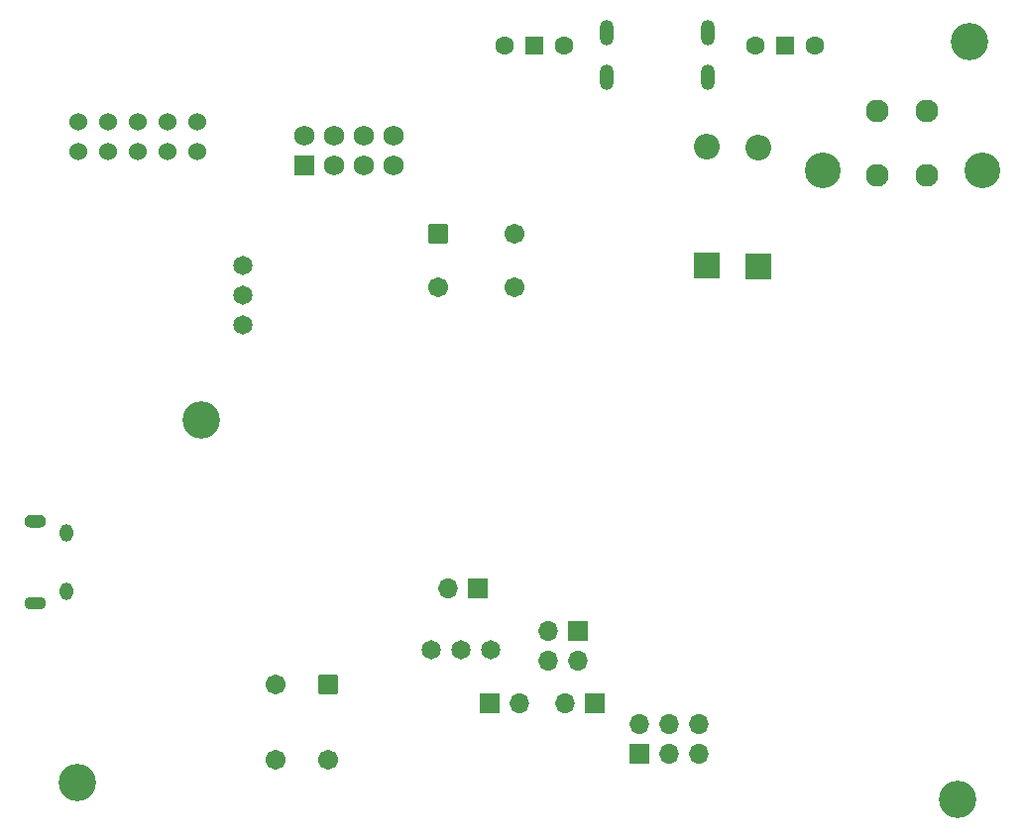
<source format=gbr>
%TF.GenerationSoftware,KiCad,Pcbnew,8.0.8*%
%TF.CreationDate,2025-04-07T16:11:34-05:00*%
%TF.ProjectId,Final Project V1,46696e61-6c20-4507-926f-6a6563742056,rev?*%
%TF.SameCoordinates,Original*%
%TF.FileFunction,Soldermask,Bot*%
%TF.FilePolarity,Negative*%
%FSLAX46Y46*%
G04 Gerber Fmt 4.6, Leading zero omitted, Abs format (unit mm)*
G04 Created by KiCad (PCBNEW 8.0.8) date 2025-04-07 16:11:34*
%MOMM*%
%LPD*%
G01*
G04 APERTURE LIST*
G04 Aperture macros list*
%AMRoundRect*
0 Rectangle with rounded corners*
0 $1 Rounding radius*
0 $2 $3 $4 $5 $6 $7 $8 $9 X,Y pos of 4 corners*
0 Add a 4 corners polygon primitive as box body*
4,1,4,$2,$3,$4,$5,$6,$7,$8,$9,$2,$3,0*
0 Add four circle primitives for the rounded corners*
1,1,$1+$1,$2,$3*
1,1,$1+$1,$4,$5*
1,1,$1+$1,$6,$7*
1,1,$1+$1,$8,$9*
0 Add four rect primitives between the rounded corners*
20,1,$1+$1,$2,$3,$4,$5,0*
20,1,$1+$1,$4,$5,$6,$7,0*
20,1,$1+$1,$6,$7,$8,$9,0*
20,1,$1+$1,$8,$9,$2,$3,0*%
G04 Aperture macros list end*
%ADD10C,0.010000*%
%ADD11C,1.651000*%
%ADD12C,1.524000*%
%ADD13O,1.154000X1.504000*%
%ADD14RoundRect,0.102000X-0.749000X0.749000X-0.749000X-0.749000X0.749000X-0.749000X0.749000X0.749000X0*%
%ADD15C,1.702000*%
%ADD16R,2.200000X2.200000*%
%ADD17O,2.200000X2.200000*%
%ADD18C,3.200000*%
%ADD19R,1.500000X1.500000*%
%ADD20C,1.600000*%
%ADD21R,1.700000X1.700000*%
%ADD22O,1.700000X1.700000*%
%ADD23RoundRect,0.102000X-0.749000X-0.749000X0.749000X-0.749000X0.749000X0.749000X-0.749000X0.749000X0*%
%ADD24O,1.204000X2.204000*%
%ADD25RoundRect,0.102000X0.765000X-0.765000X0.765000X0.765000X-0.765000X0.765000X-0.765000X-0.765000X0*%
%ADD26C,1.734000*%
%ADD27C,3.048000*%
%ADD28C,1.955800*%
G04 APERTURE END LIST*
D10*
%TO.C,J6*%
X147638000Y-112715000D02*
X147664000Y-112719000D01*
X147689000Y-112723000D01*
X147714000Y-112729000D01*
X147738000Y-112736000D01*
X147762000Y-112745000D01*
X147786000Y-112755000D01*
X147809000Y-112766000D01*
X147831000Y-112778000D01*
X147853000Y-112791000D01*
X147874000Y-112806000D01*
X147894000Y-112821000D01*
X147914000Y-112838000D01*
X147932000Y-112855000D01*
X147950000Y-112874000D01*
X147966000Y-112893000D01*
X147982000Y-112913000D01*
X147996000Y-112934000D01*
X148010000Y-112956000D01*
X148022000Y-112979000D01*
X148033000Y-113002000D01*
X148043000Y-113025000D01*
X148051000Y-113049000D01*
X148058000Y-113074000D01*
X148064000Y-113099000D01*
X148069000Y-113124000D01*
X148072000Y-113149000D01*
X148074000Y-113174000D01*
X148075000Y-113200000D01*
X148074000Y-113226000D01*
X148072000Y-113251000D01*
X148069000Y-113276000D01*
X148064000Y-113301000D01*
X148058000Y-113326000D01*
X148051000Y-113351000D01*
X148043000Y-113375000D01*
X148033000Y-113398000D01*
X148022000Y-113421000D01*
X148010000Y-113444000D01*
X147996000Y-113466000D01*
X147982000Y-113487000D01*
X147966000Y-113507000D01*
X147950000Y-113526000D01*
X147932000Y-113545000D01*
X147914000Y-113562000D01*
X147894000Y-113579000D01*
X147874000Y-113594000D01*
X147853000Y-113609000D01*
X147831000Y-113622000D01*
X147809000Y-113634000D01*
X147786000Y-113645000D01*
X147762000Y-113655000D01*
X147738000Y-113664000D01*
X147714000Y-113671000D01*
X147689000Y-113677000D01*
X147664000Y-113681000D01*
X147638000Y-113685000D01*
X147613000Y-113687000D01*
X147588000Y-113687000D01*
X147587500Y-113687500D01*
X146812000Y-113687000D01*
X146787000Y-113687000D01*
X146762000Y-113685000D01*
X146736000Y-113681000D01*
X146711000Y-113677000D01*
X146686000Y-113671000D01*
X146662000Y-113664000D01*
X146638000Y-113655000D01*
X146614000Y-113645000D01*
X146591000Y-113634000D01*
X146569000Y-113622000D01*
X146547000Y-113609000D01*
X146526000Y-113594000D01*
X146506000Y-113579000D01*
X146486000Y-113562000D01*
X146468000Y-113545000D01*
X146450000Y-113526000D01*
X146434000Y-113507000D01*
X146418000Y-113487000D01*
X146404000Y-113466000D01*
X146390000Y-113444000D01*
X146378000Y-113421000D01*
X146367000Y-113398000D01*
X146357000Y-113375000D01*
X146349000Y-113351000D01*
X146342000Y-113326000D01*
X146336000Y-113301000D01*
X146331000Y-113276000D01*
X146328000Y-113251000D01*
X146326000Y-113226000D01*
X146325000Y-113200000D01*
X146326000Y-113174000D01*
X146328000Y-113149000D01*
X146331000Y-113124000D01*
X146336000Y-113099000D01*
X146342000Y-113074000D01*
X146349000Y-113049000D01*
X146357000Y-113025000D01*
X146367000Y-113002000D01*
X146378000Y-112979000D01*
X146390000Y-112956000D01*
X146404000Y-112934000D01*
X146418000Y-112913000D01*
X146434000Y-112893000D01*
X146450000Y-112874000D01*
X146468000Y-112855000D01*
X146486000Y-112838000D01*
X146506000Y-112821000D01*
X146526000Y-112806000D01*
X146547000Y-112791000D01*
X146569000Y-112778000D01*
X146591000Y-112766000D01*
X146614000Y-112755000D01*
X146638000Y-112745000D01*
X146662000Y-112736000D01*
X146686000Y-112729000D01*
X146711000Y-112723000D01*
X146736000Y-112719000D01*
X146762000Y-112715000D01*
X146787000Y-112713000D01*
X146812000Y-112713000D01*
X147588000Y-112713000D01*
X147613000Y-112713000D01*
X147638000Y-112715000D01*
G36*
X147638000Y-112715000D02*
G01*
X147664000Y-112719000D01*
X147689000Y-112723000D01*
X147714000Y-112729000D01*
X147738000Y-112736000D01*
X147762000Y-112745000D01*
X147786000Y-112755000D01*
X147809000Y-112766000D01*
X147831000Y-112778000D01*
X147853000Y-112791000D01*
X147874000Y-112806000D01*
X147894000Y-112821000D01*
X147914000Y-112838000D01*
X147932000Y-112855000D01*
X147950000Y-112874000D01*
X147966000Y-112893000D01*
X147982000Y-112913000D01*
X147996000Y-112934000D01*
X148010000Y-112956000D01*
X148022000Y-112979000D01*
X148033000Y-113002000D01*
X148043000Y-113025000D01*
X148051000Y-113049000D01*
X148058000Y-113074000D01*
X148064000Y-113099000D01*
X148069000Y-113124000D01*
X148072000Y-113149000D01*
X148074000Y-113174000D01*
X148075000Y-113200000D01*
X148074000Y-113226000D01*
X148072000Y-113251000D01*
X148069000Y-113276000D01*
X148064000Y-113301000D01*
X148058000Y-113326000D01*
X148051000Y-113351000D01*
X148043000Y-113375000D01*
X148033000Y-113398000D01*
X148022000Y-113421000D01*
X148010000Y-113444000D01*
X147996000Y-113466000D01*
X147982000Y-113487000D01*
X147966000Y-113507000D01*
X147950000Y-113526000D01*
X147932000Y-113545000D01*
X147914000Y-113562000D01*
X147894000Y-113579000D01*
X147874000Y-113594000D01*
X147853000Y-113609000D01*
X147831000Y-113622000D01*
X147809000Y-113634000D01*
X147786000Y-113645000D01*
X147762000Y-113655000D01*
X147738000Y-113664000D01*
X147714000Y-113671000D01*
X147689000Y-113677000D01*
X147664000Y-113681000D01*
X147638000Y-113685000D01*
X147613000Y-113687000D01*
X147588000Y-113687000D01*
X147587500Y-113687500D01*
X146812000Y-113687000D01*
X146787000Y-113687000D01*
X146762000Y-113685000D01*
X146736000Y-113681000D01*
X146711000Y-113677000D01*
X146686000Y-113671000D01*
X146662000Y-113664000D01*
X146638000Y-113655000D01*
X146614000Y-113645000D01*
X146591000Y-113634000D01*
X146569000Y-113622000D01*
X146547000Y-113609000D01*
X146526000Y-113594000D01*
X146506000Y-113579000D01*
X146486000Y-113562000D01*
X146468000Y-113545000D01*
X146450000Y-113526000D01*
X146434000Y-113507000D01*
X146418000Y-113487000D01*
X146404000Y-113466000D01*
X146390000Y-113444000D01*
X146378000Y-113421000D01*
X146367000Y-113398000D01*
X146357000Y-113375000D01*
X146349000Y-113351000D01*
X146342000Y-113326000D01*
X146336000Y-113301000D01*
X146331000Y-113276000D01*
X146328000Y-113251000D01*
X146326000Y-113226000D01*
X146325000Y-113200000D01*
X146326000Y-113174000D01*
X146328000Y-113149000D01*
X146331000Y-113124000D01*
X146336000Y-113099000D01*
X146342000Y-113074000D01*
X146349000Y-113049000D01*
X146357000Y-113025000D01*
X146367000Y-113002000D01*
X146378000Y-112979000D01*
X146390000Y-112956000D01*
X146404000Y-112934000D01*
X146418000Y-112913000D01*
X146434000Y-112893000D01*
X146450000Y-112874000D01*
X146468000Y-112855000D01*
X146486000Y-112838000D01*
X146506000Y-112821000D01*
X146526000Y-112806000D01*
X146547000Y-112791000D01*
X146569000Y-112778000D01*
X146591000Y-112766000D01*
X146614000Y-112755000D01*
X146638000Y-112745000D01*
X146662000Y-112736000D01*
X146686000Y-112729000D01*
X146711000Y-112723000D01*
X146736000Y-112719000D01*
X146762000Y-112715000D01*
X146787000Y-112713000D01*
X146812000Y-112713000D01*
X147588000Y-112713000D01*
X147613000Y-112713000D01*
X147638000Y-112715000D01*
G37*
X147638000Y-119715000D02*
X147664000Y-119719000D01*
X147689000Y-119723000D01*
X147714000Y-119729000D01*
X147738000Y-119736000D01*
X147762000Y-119745000D01*
X147786000Y-119755000D01*
X147809000Y-119766000D01*
X147831000Y-119778000D01*
X147853000Y-119791000D01*
X147874000Y-119806000D01*
X147894000Y-119821000D01*
X147914000Y-119838000D01*
X147932000Y-119855000D01*
X147950000Y-119874000D01*
X147966000Y-119893000D01*
X147982000Y-119913000D01*
X147996000Y-119934000D01*
X148010000Y-119956000D01*
X148022000Y-119979000D01*
X148033000Y-120002000D01*
X148043000Y-120025000D01*
X148051000Y-120049000D01*
X148058000Y-120074000D01*
X148064000Y-120099000D01*
X148069000Y-120124000D01*
X148072000Y-120149000D01*
X148074000Y-120174000D01*
X148075000Y-120200000D01*
X148074000Y-120226000D01*
X148072000Y-120251000D01*
X148069000Y-120276000D01*
X148064000Y-120301000D01*
X148058000Y-120326000D01*
X148051000Y-120351000D01*
X148043000Y-120375000D01*
X148033000Y-120398000D01*
X148022000Y-120421000D01*
X148010000Y-120444000D01*
X147996000Y-120466000D01*
X147982000Y-120487000D01*
X147966000Y-120507000D01*
X147950000Y-120526000D01*
X147932000Y-120545000D01*
X147914000Y-120562000D01*
X147894000Y-120579000D01*
X147874000Y-120594000D01*
X147853000Y-120609000D01*
X147831000Y-120622000D01*
X147809000Y-120634000D01*
X147786000Y-120645000D01*
X147762000Y-120655000D01*
X147738000Y-120664000D01*
X147714000Y-120671000D01*
X147689000Y-120677000D01*
X147664000Y-120681000D01*
X147638000Y-120685000D01*
X147613000Y-120687000D01*
X147588000Y-120687000D01*
X147587500Y-120687500D01*
X146812000Y-120687000D01*
X146787000Y-120687000D01*
X146762000Y-120685000D01*
X146736000Y-120681000D01*
X146711000Y-120677000D01*
X146686000Y-120671000D01*
X146662000Y-120664000D01*
X146638000Y-120655000D01*
X146614000Y-120645000D01*
X146591000Y-120634000D01*
X146569000Y-120622000D01*
X146547000Y-120609000D01*
X146526000Y-120594000D01*
X146506000Y-120579000D01*
X146486000Y-120562000D01*
X146468000Y-120545000D01*
X146450000Y-120526000D01*
X146434000Y-120507000D01*
X146418000Y-120487000D01*
X146404000Y-120466000D01*
X146390000Y-120444000D01*
X146378000Y-120421000D01*
X146367000Y-120398000D01*
X146357000Y-120375000D01*
X146349000Y-120351000D01*
X146342000Y-120326000D01*
X146336000Y-120301000D01*
X146331000Y-120276000D01*
X146328000Y-120251000D01*
X146326000Y-120226000D01*
X146325000Y-120200000D01*
X146326000Y-120174000D01*
X146328000Y-120149000D01*
X146331000Y-120124000D01*
X146336000Y-120099000D01*
X146342000Y-120074000D01*
X146349000Y-120049000D01*
X146357000Y-120025000D01*
X146367000Y-120002000D01*
X146378000Y-119979000D01*
X146390000Y-119956000D01*
X146404000Y-119934000D01*
X146418000Y-119913000D01*
X146434000Y-119893000D01*
X146450000Y-119874000D01*
X146468000Y-119855000D01*
X146486000Y-119838000D01*
X146506000Y-119821000D01*
X146526000Y-119806000D01*
X146547000Y-119791000D01*
X146569000Y-119778000D01*
X146591000Y-119766000D01*
X146614000Y-119755000D01*
X146638000Y-119745000D01*
X146662000Y-119736000D01*
X146686000Y-119729000D01*
X146711000Y-119723000D01*
X146736000Y-119719000D01*
X146762000Y-119715000D01*
X146787000Y-119713000D01*
X146812000Y-119713000D01*
X147588000Y-119713000D01*
X147613000Y-119713000D01*
X147638000Y-119715000D01*
G36*
X147638000Y-119715000D02*
G01*
X147664000Y-119719000D01*
X147689000Y-119723000D01*
X147714000Y-119729000D01*
X147738000Y-119736000D01*
X147762000Y-119745000D01*
X147786000Y-119755000D01*
X147809000Y-119766000D01*
X147831000Y-119778000D01*
X147853000Y-119791000D01*
X147874000Y-119806000D01*
X147894000Y-119821000D01*
X147914000Y-119838000D01*
X147932000Y-119855000D01*
X147950000Y-119874000D01*
X147966000Y-119893000D01*
X147982000Y-119913000D01*
X147996000Y-119934000D01*
X148010000Y-119956000D01*
X148022000Y-119979000D01*
X148033000Y-120002000D01*
X148043000Y-120025000D01*
X148051000Y-120049000D01*
X148058000Y-120074000D01*
X148064000Y-120099000D01*
X148069000Y-120124000D01*
X148072000Y-120149000D01*
X148074000Y-120174000D01*
X148075000Y-120200000D01*
X148074000Y-120226000D01*
X148072000Y-120251000D01*
X148069000Y-120276000D01*
X148064000Y-120301000D01*
X148058000Y-120326000D01*
X148051000Y-120351000D01*
X148043000Y-120375000D01*
X148033000Y-120398000D01*
X148022000Y-120421000D01*
X148010000Y-120444000D01*
X147996000Y-120466000D01*
X147982000Y-120487000D01*
X147966000Y-120507000D01*
X147950000Y-120526000D01*
X147932000Y-120545000D01*
X147914000Y-120562000D01*
X147894000Y-120579000D01*
X147874000Y-120594000D01*
X147853000Y-120609000D01*
X147831000Y-120622000D01*
X147809000Y-120634000D01*
X147786000Y-120645000D01*
X147762000Y-120655000D01*
X147738000Y-120664000D01*
X147714000Y-120671000D01*
X147689000Y-120677000D01*
X147664000Y-120681000D01*
X147638000Y-120685000D01*
X147613000Y-120687000D01*
X147588000Y-120687000D01*
X147587500Y-120687500D01*
X146812000Y-120687000D01*
X146787000Y-120687000D01*
X146762000Y-120685000D01*
X146736000Y-120681000D01*
X146711000Y-120677000D01*
X146686000Y-120671000D01*
X146662000Y-120664000D01*
X146638000Y-120655000D01*
X146614000Y-120645000D01*
X146591000Y-120634000D01*
X146569000Y-120622000D01*
X146547000Y-120609000D01*
X146526000Y-120594000D01*
X146506000Y-120579000D01*
X146486000Y-120562000D01*
X146468000Y-120545000D01*
X146450000Y-120526000D01*
X146434000Y-120507000D01*
X146418000Y-120487000D01*
X146404000Y-120466000D01*
X146390000Y-120444000D01*
X146378000Y-120421000D01*
X146367000Y-120398000D01*
X146357000Y-120375000D01*
X146349000Y-120351000D01*
X146342000Y-120326000D01*
X146336000Y-120301000D01*
X146331000Y-120276000D01*
X146328000Y-120251000D01*
X146326000Y-120226000D01*
X146325000Y-120200000D01*
X146326000Y-120174000D01*
X146328000Y-120149000D01*
X146331000Y-120124000D01*
X146336000Y-120099000D01*
X146342000Y-120074000D01*
X146349000Y-120049000D01*
X146357000Y-120025000D01*
X146367000Y-120002000D01*
X146378000Y-119979000D01*
X146390000Y-119956000D01*
X146404000Y-119934000D01*
X146418000Y-119913000D01*
X146434000Y-119893000D01*
X146450000Y-119874000D01*
X146468000Y-119855000D01*
X146486000Y-119838000D01*
X146506000Y-119821000D01*
X146526000Y-119806000D01*
X146547000Y-119791000D01*
X146569000Y-119778000D01*
X146591000Y-119766000D01*
X146614000Y-119755000D01*
X146638000Y-119745000D01*
X146662000Y-119736000D01*
X146686000Y-119729000D01*
X146711000Y-119723000D01*
X146736000Y-119719000D01*
X146762000Y-119715000D01*
X146787000Y-119713000D01*
X146812000Y-119713000D01*
X147588000Y-119713000D01*
X147613000Y-119713000D01*
X147638000Y-119715000D01*
G37*
%TD*%
D11*
%TO.C,U5*%
X186140000Y-124200000D03*
X183600000Y-124200000D03*
X181060000Y-124200000D03*
%TD*%
%TO.C,U4*%
X165000000Y-91400000D03*
X165000000Y-93940000D03*
X165000000Y-96480000D03*
%TD*%
D12*
%TO.C,J9*%
X150920000Y-81619700D03*
X150920000Y-79079700D03*
X153460000Y-81619700D03*
X153460000Y-79079700D03*
X156000000Y-81619700D03*
X156000000Y-79079700D03*
X158540000Y-81619700D03*
X158540000Y-79079700D03*
X161080000Y-81619700D03*
X161080000Y-79079700D03*
%TD*%
D13*
%TO.C,J6*%
X149900000Y-114200000D03*
X149900000Y-119200000D03*
%TD*%
D14*
%TO.C,SW6*%
X172250000Y-127150000D03*
D15*
X172250000Y-133650000D03*
X167750000Y-127150000D03*
X167750000Y-133650000D03*
%TD*%
D16*
%TO.C,D2*%
X209000000Y-91480000D03*
D17*
X209000000Y-81320000D03*
%TD*%
D18*
%TO.C,H3*%
X150800000Y-135600000D03*
%TD*%
D19*
%TO.C,SW5*%
X211260000Y-72600000D03*
D20*
X208720000Y-72600000D03*
X213800000Y-72600000D03*
%TD*%
D18*
%TO.C,H2*%
X226000000Y-137000000D03*
%TD*%
D21*
%TO.C,J3*%
X193600000Y-122600000D03*
D22*
X193600000Y-125140000D03*
X191060000Y-122600000D03*
X191060000Y-125140000D03*
%TD*%
D23*
%TO.C,SW3*%
X181700000Y-88700000D03*
D15*
X188200000Y-88700000D03*
X181700000Y-93200000D03*
X188200000Y-93200000D03*
%TD*%
D24*
%TO.C,USB-C1*%
X204720000Y-75300000D03*
X196080000Y-75300000D03*
X204720000Y-71500000D03*
X196080000Y-71500000D03*
%TD*%
D16*
%TO.C,D1*%
X204600000Y-91400000D03*
D17*
X204600000Y-81240000D03*
%TD*%
D21*
%TO.C,J2*%
X198860000Y-133140000D03*
D22*
X198860000Y-130600000D03*
X201400000Y-133140000D03*
X201400000Y-130600000D03*
X203940000Y-133140000D03*
X203940000Y-130600000D03*
%TD*%
D21*
%TO.C,J5*%
X186025000Y-128750000D03*
D22*
X188565000Y-128750000D03*
%TD*%
D18*
%TO.C,H1*%
X227000000Y-72200000D03*
%TD*%
D19*
%TO.C,SW4*%
X189860000Y-72600000D03*
D20*
X187320000Y-72600000D03*
X192400000Y-72600000D03*
%TD*%
D21*
%TO.C,J4*%
X195075000Y-128800000D03*
D22*
X192535000Y-128800000D03*
%TD*%
D25*
%TO.C,J8*%
X170190000Y-82827500D03*
D26*
X170190000Y-80287500D03*
X172730000Y-82827500D03*
X172730000Y-80287500D03*
X175270000Y-82827500D03*
X175270000Y-80287500D03*
X177810000Y-82827500D03*
X177810000Y-80287500D03*
%TD*%
D18*
%TO.C,H4*%
X161400000Y-104600000D03*
%TD*%
D27*
%TO.C,J1*%
X228099999Y-83240000D03*
X214500000Y-83240000D03*
D28*
X219200000Y-78200000D03*
X223399998Y-78200000D03*
X219200000Y-83699999D03*
X223399998Y-83699999D03*
%TD*%
D21*
%TO.C,J7*%
X185075000Y-119000000D03*
D22*
X182535000Y-119000000D03*
%TD*%
M02*

</source>
